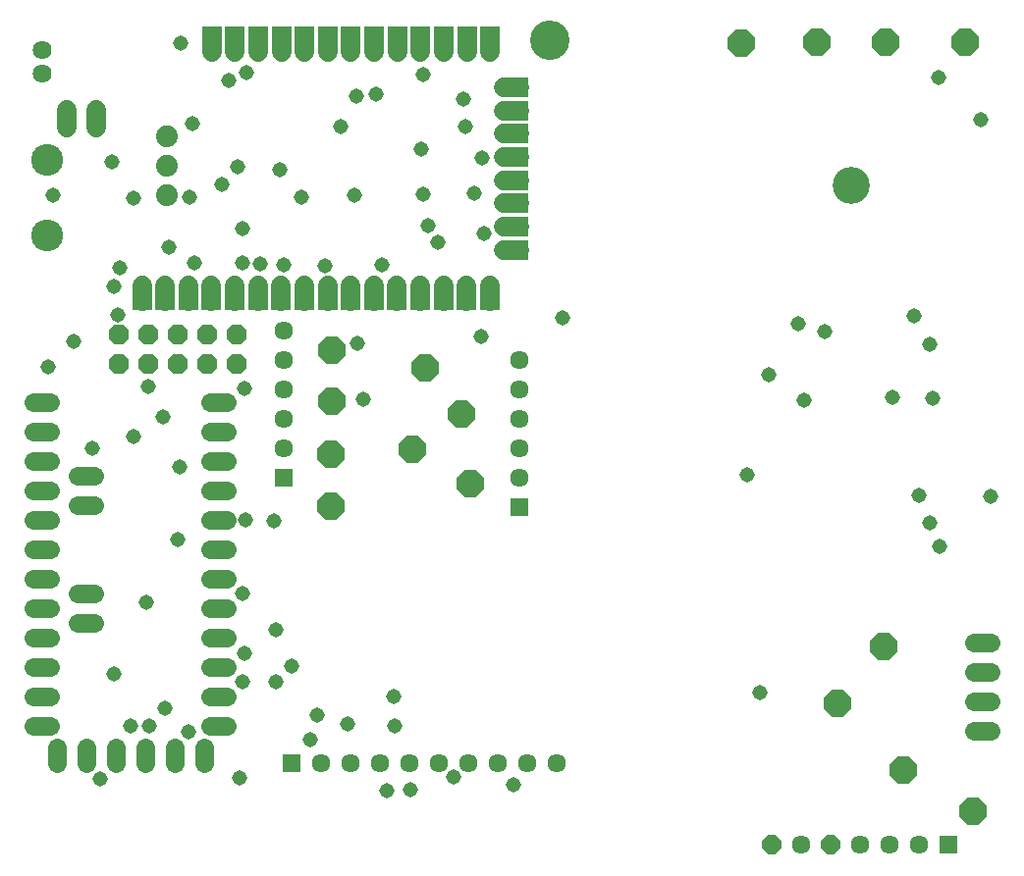
<source format=gbs>
G75*
%MOIN*%
%OFA0B0*%
%FSLAX25Y25*%
%IPPOS*%
%LPD*%
%AMOC8*
5,1,8,0,0,1.08239X$1,22.5*
%
%ADD10C,0.13398*%
%ADD11C,0.06400*%
%ADD12C,0.10800*%
%ADD13C,0.06800*%
%ADD14OC8,0.06800*%
%ADD15C,0.07400*%
%ADD16OC8,0.09300*%
%ADD17C,0.06350*%
%ADD18C,0.06350*%
%ADD19R,0.06350X0.06350*%
%ADD20OC8,0.06350*%
%ADD21C,0.12611*%
%ADD22C,0.06784*%
%ADD23R,0.06772X0.08917*%
%ADD24R,0.08917X0.06772*%
%ADD25C,0.05162*%
D10*
X0190776Y0495547D03*
D11*
X0018414Y0492083D03*
X0018414Y0484209D03*
D12*
X0019910Y0454720D03*
X0019910Y0429130D03*
D13*
X0026721Y0465776D02*
X0026721Y0471776D01*
X0036721Y0471776D02*
X0036721Y0465776D01*
D14*
X0044320Y0395508D03*
X0054320Y0395508D03*
X0064320Y0395508D03*
X0074320Y0395508D03*
X0084320Y0395508D03*
X0084320Y0385508D03*
X0074320Y0385508D03*
X0064320Y0385508D03*
X0054320Y0385508D03*
X0044320Y0385508D03*
D15*
X0060737Y0442791D03*
X0060737Y0452791D03*
X0060737Y0462791D03*
D16*
X0116643Y0390272D03*
X0116682Y0372870D03*
X0116209Y0354839D03*
X0116406Y0337122D03*
X0144044Y0356492D03*
X0160737Y0368618D03*
X0148217Y0384051D03*
X0163611Y0344681D03*
X0288296Y0270193D03*
X0303847Y0289563D03*
X0310737Y0247358D03*
X0334359Y0233579D03*
X0331682Y0494917D03*
X0304556Y0494917D03*
X0281367Y0494917D03*
X0255540Y0494602D03*
D17*
X0080953Y0372437D02*
X0075403Y0372437D01*
X0075403Y0362437D02*
X0080953Y0362437D01*
X0080953Y0352437D02*
X0075403Y0352437D01*
X0075403Y0342437D02*
X0080953Y0342437D01*
X0080953Y0332437D02*
X0075403Y0332437D01*
X0075403Y0322437D02*
X0080953Y0322437D01*
X0080953Y0312437D02*
X0075403Y0312437D01*
X0075403Y0302437D02*
X0080953Y0302437D01*
X0080953Y0292437D02*
X0075403Y0292437D01*
X0075403Y0282437D02*
X0080953Y0282437D01*
X0080953Y0272437D02*
X0075403Y0272437D01*
X0075403Y0262437D02*
X0080953Y0262437D01*
X0073178Y0255212D02*
X0073178Y0249662D01*
X0063178Y0249662D02*
X0063178Y0255212D01*
X0053178Y0255212D02*
X0053178Y0249662D01*
X0043178Y0249662D02*
X0043178Y0255212D01*
X0033178Y0255212D02*
X0033178Y0249662D01*
X0023178Y0249662D02*
X0023178Y0255212D01*
X0020953Y0262437D02*
X0015403Y0262437D01*
X0015403Y0272437D02*
X0020953Y0272437D01*
X0020953Y0282437D02*
X0015403Y0282437D01*
X0015403Y0292437D02*
X0020953Y0292437D01*
X0020953Y0302437D02*
X0015403Y0302437D01*
X0015403Y0312437D02*
X0020953Y0312437D01*
X0020953Y0322437D02*
X0015403Y0322437D01*
X0015403Y0332437D02*
X0020953Y0332437D01*
X0020953Y0342437D02*
X0015403Y0342437D01*
X0015403Y0352437D02*
X0020953Y0352437D01*
X0020953Y0362437D02*
X0015403Y0362437D01*
X0015403Y0372437D02*
X0020953Y0372437D01*
X0030403Y0347437D02*
X0035953Y0347437D01*
X0035953Y0337437D02*
X0030403Y0337437D01*
X0030403Y0307437D02*
X0035953Y0307437D01*
X0035953Y0297437D02*
X0030403Y0297437D01*
X0334576Y0290783D02*
X0340126Y0290783D01*
X0340126Y0280783D02*
X0334576Y0280783D01*
X0334576Y0270783D02*
X0340126Y0270783D01*
X0340126Y0260783D02*
X0334576Y0260783D01*
D18*
X0315973Y0222004D03*
X0305973Y0222004D03*
X0295973Y0222004D03*
X0275973Y0222004D03*
X0192784Y0249917D03*
X0182784Y0249917D03*
X0172784Y0249917D03*
X0162784Y0249917D03*
X0152784Y0249917D03*
X0142784Y0249917D03*
X0132784Y0249917D03*
X0122784Y0249917D03*
X0112784Y0249917D03*
X0180265Y0346689D03*
X0180265Y0356689D03*
X0180265Y0366689D03*
X0180265Y0376689D03*
X0180265Y0386689D03*
X0100265Y0386689D03*
X0100265Y0396689D03*
X0100265Y0376689D03*
X0100265Y0366689D03*
X0100265Y0356689D03*
D19*
X0100265Y0346689D03*
X0180265Y0336689D03*
X0102784Y0249917D03*
X0325973Y0222004D03*
D20*
X0285973Y0222004D03*
X0265973Y0222004D03*
D21*
X0292824Y0445980D03*
D22*
X0180146Y0447909D02*
X0174950Y0447909D01*
X0174950Y0440035D02*
X0180146Y0440035D01*
X0180146Y0432161D02*
X0174950Y0432161D01*
X0174950Y0424287D02*
X0180146Y0424287D01*
X0170265Y0412141D02*
X0170265Y0406945D01*
X0162391Y0406945D02*
X0162391Y0412141D01*
X0154517Y0412141D02*
X0154517Y0406945D01*
X0146643Y0406945D02*
X0146643Y0412141D01*
X0138769Y0412141D02*
X0138769Y0406945D01*
X0130894Y0406945D02*
X0130894Y0412141D01*
X0123020Y0412141D02*
X0123020Y0406945D01*
X0115146Y0406945D02*
X0115146Y0412141D01*
X0107272Y0412141D02*
X0107272Y0406945D01*
X0099398Y0406945D02*
X0099398Y0412141D01*
X0091524Y0412141D02*
X0091524Y0406945D01*
X0083650Y0406945D02*
X0083650Y0412141D01*
X0075776Y0412141D02*
X0075776Y0406945D01*
X0067902Y0406945D02*
X0067902Y0412141D01*
X0060028Y0412141D02*
X0060028Y0406945D01*
X0052154Y0406945D02*
X0052154Y0412141D01*
X0075855Y0491552D02*
X0075855Y0496748D01*
X0083729Y0496748D02*
X0083729Y0491552D01*
X0091603Y0491552D02*
X0091603Y0496748D01*
X0099477Y0496748D02*
X0099477Y0491552D01*
X0107351Y0491552D02*
X0107351Y0496748D01*
X0115225Y0496748D02*
X0115225Y0491552D01*
X0123099Y0491552D02*
X0123099Y0496748D01*
X0130973Y0496748D02*
X0130973Y0491552D01*
X0138847Y0491552D02*
X0138847Y0496748D01*
X0146721Y0496748D02*
X0146721Y0491552D01*
X0154595Y0491552D02*
X0154595Y0496748D01*
X0162469Y0496748D02*
X0162469Y0491552D01*
X0170343Y0491552D02*
X0170343Y0496748D01*
X0174950Y0479406D02*
X0180146Y0479406D01*
X0180146Y0471531D02*
X0174950Y0471531D01*
X0174950Y0463657D02*
X0180146Y0463657D01*
X0180146Y0455783D02*
X0174950Y0455783D01*
D23*
X0170343Y0495675D03*
X0162469Y0495675D03*
X0154595Y0495675D03*
X0146721Y0495675D03*
X0138847Y0495675D03*
X0130973Y0495675D03*
X0123099Y0495675D03*
X0115225Y0495675D03*
X0107351Y0495675D03*
X0099477Y0495675D03*
X0091603Y0495675D03*
X0083729Y0495675D03*
X0075855Y0495675D03*
X0075776Y0408018D03*
X0083650Y0408018D03*
X0091524Y0408018D03*
X0099398Y0408018D03*
X0107272Y0408018D03*
X0115146Y0408018D03*
X0123020Y0408018D03*
X0130894Y0408018D03*
X0138769Y0408018D03*
X0146643Y0408018D03*
X0154517Y0408018D03*
X0162391Y0408018D03*
X0170265Y0408018D03*
X0067902Y0408018D03*
X0060028Y0408018D03*
X0052154Y0408018D03*
D24*
X0179074Y0424287D03*
X0179074Y0432161D03*
X0179074Y0440035D03*
X0179074Y0447909D03*
X0179074Y0455783D03*
X0179074Y0463657D03*
X0179074Y0471531D03*
X0179074Y0479406D03*
D25*
X0038020Y0244366D03*
X0048257Y0262476D03*
X0054556Y0262476D03*
X0060068Y0268382D03*
X0067942Y0260508D03*
X0085265Y0244760D03*
X0109280Y0257752D03*
X0111643Y0266020D03*
X0121879Y0263264D03*
X0138020Y0262476D03*
X0137627Y0272319D03*
X0157902Y0245154D03*
X0143139Y0240823D03*
X0135265Y0240626D03*
X0097469Y0277437D03*
X0102981Y0282949D03*
X0097469Y0295154D03*
X0086839Y0287280D03*
X0086446Y0277437D03*
X0086446Y0307358D03*
X0087233Y0332555D03*
X0097076Y0332161D03*
X0064398Y0325862D03*
X0053769Y0304602D03*
X0042745Y0280193D03*
X0064792Y0350469D03*
X0049438Y0360902D03*
X0059280Y0367594D03*
X0054162Y0377831D03*
X0043926Y0402240D03*
X0042745Y0411689D03*
X0044713Y0417988D03*
X0061249Y0425075D03*
X0069910Y0419957D03*
X0086446Y0419760D03*
X0092154Y0419366D03*
X0100225Y0419169D03*
X0114398Y0418776D03*
X0133690Y0419169D03*
X0149438Y0432555D03*
X0152587Y0426650D03*
X0168335Y0429799D03*
X0164792Y0443579D03*
X0167548Y0455587D03*
X0162036Y0466020D03*
X0161249Y0475469D03*
X0147469Y0483736D03*
X0131721Y0477043D03*
X0124831Y0476453D03*
X0119517Y0466020D03*
X0099044Y0451453D03*
X0106131Y0442004D03*
X0124241Y0442791D03*
X0147469Y0443185D03*
X0147076Y0458539D03*
X0195107Y0401059D03*
X0167154Y0394760D03*
X0127391Y0373500D03*
X0125422Y0392398D03*
X0086839Y0377043D03*
X0086446Y0431374D03*
X0079359Y0446335D03*
X0084477Y0452634D03*
X0068335Y0442004D03*
X0049398Y0441965D03*
X0041957Y0454209D03*
X0022076Y0442791D03*
X0028965Y0393185D03*
X0020304Y0384524D03*
X0035265Y0356965D03*
X0069123Y0467201D03*
X0081721Y0481768D03*
X0087627Y0484524D03*
X0065186Y0494366D03*
X0257706Y0347909D03*
X0276997Y0373106D03*
X0264792Y0381768D03*
X0275028Y0399091D03*
X0284083Y0396335D03*
X0306918Y0374287D03*
X0320698Y0373894D03*
X0319517Y0392004D03*
X0314398Y0401846D03*
X0315973Y0340823D03*
X0319517Y0331374D03*
X0323060Y0323500D03*
X0340383Y0340429D03*
X0262036Y0273894D03*
X0178178Y0242398D03*
X0336839Y0468382D03*
X0322666Y0482949D03*
M02*

</source>
